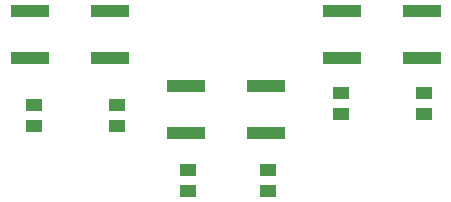
<source format=gbr>
G04 #@! TF.GenerationSoftware,KiCad,Pcbnew,(5.1.4)-1*
G04 #@! TF.CreationDate,2019-11-04T21:22:20-05:00*
G04 #@! TF.ProjectId,ButtonBoard,42757474-6f6e-4426-9f61-72642e6b6963,rev?*
G04 #@! TF.SameCoordinates,Original*
G04 #@! TF.FileFunction,Paste,Bot*
G04 #@! TF.FilePolarity,Positive*
%FSLAX46Y46*%
G04 Gerber Fmt 4.6, Leading zero omitted, Abs format (unit mm)*
G04 Created by KiCad (PCBNEW (5.1.4)-1) date 2019-11-04 21:22:20*
%MOMM*%
%LPD*%
G04 APERTURE LIST*
%ADD10R,1.400000X1.016000*%
%ADD11R,1.397000X1.016000*%
%ADD12R,3.200000X1.000000*%
G04 APERTURE END LIST*
D10*
X4000000Y-7779000D03*
X4000000Y-6000000D03*
X16750000Y-13279000D03*
X16750000Y-11500000D03*
X30000000Y-5000000D03*
X30000000Y-6779000D03*
D11*
X-3000000Y-6000000D03*
X-3000000Y-7778000D03*
X10000000Y-13278000D03*
X10000000Y-11500000D03*
X23000000Y-5000000D03*
X23000000Y-6778000D03*
D12*
X3400000Y2000000D03*
X3400000Y-2000000D03*
X-3400000Y-2000000D03*
X-3400000Y2000000D03*
X9808000Y-4350000D03*
X9808000Y-8350000D03*
X16608000Y-8350000D03*
X16608000Y-4350000D03*
X29816000Y2000000D03*
X29816000Y-2000000D03*
X23016000Y-2000000D03*
X23016000Y2000000D03*
M02*

</source>
